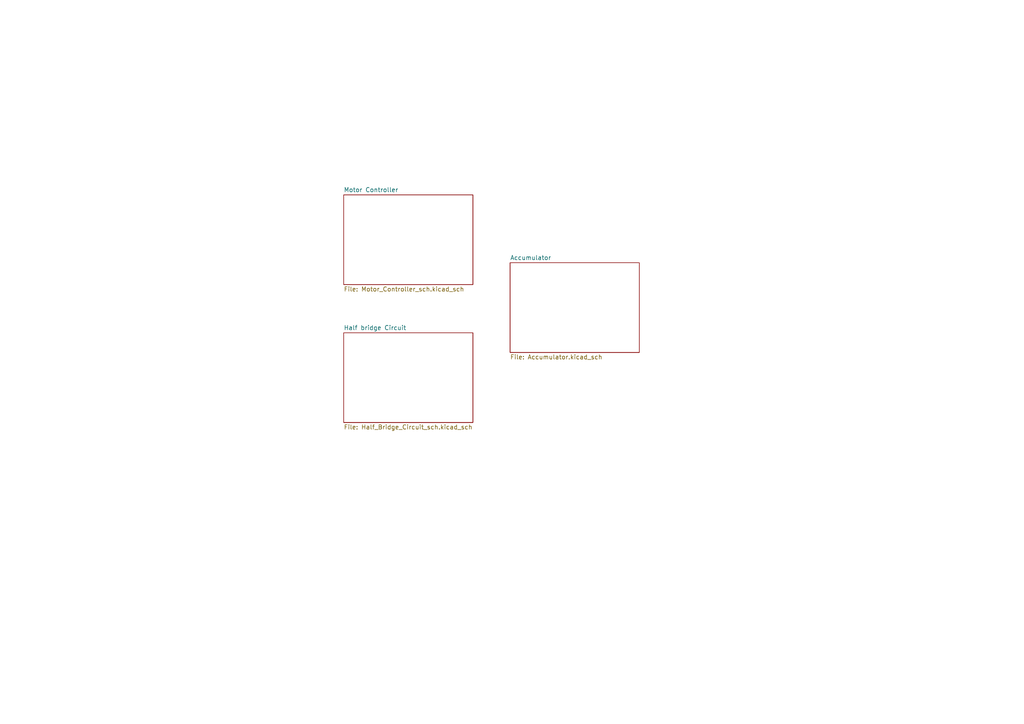
<source format=kicad_sch>
(kicad_sch
	(version 20231120)
	(generator "eeschema")
	(generator_version "8.0")
	(uuid "1096cbe7-ac56-48cb-aadd-3e4addcdbbb7")
	(paper "A4")
	(title_block
		(title "Super Capacitor Bike - Power Circuit")
		(date "2024-06-29")
		(rev "1")
		(company "Andrew Fischer")
	)
	(lib_symbols)
	(sheet
		(at 147.955 76.2)
		(size 37.465 26.035)
		(fields_autoplaced yes)
		(stroke
			(width 0.1524)
			(type solid)
		)
		(fill
			(color 0 0 0 0.0000)
		)
		(uuid "a3002b5e-253f-453a-a6f1-d0dba20d26d3")
		(property "Sheetname" "Accumulator"
			(at 147.955 75.4884 0)
			(effects
				(font
					(size 1.27 1.27)
				)
				(justify left bottom)
			)
		)
		(property "Sheetfile" "Accumulator.kicad_sch"
			(at 147.955 102.8196 0)
			(effects
				(font
					(size 1.27 1.27)
				)
				(justify left top)
			)
		)
		(instances
			(project "SuperCapacitorBike"
				(path "/1096cbe7-ac56-48cb-aadd-3e4addcdbbb7"
					(page "4")
				)
			)
		)
	)
	(sheet
		(at 99.695 56.515)
		(size 37.465 26.035)
		(fields_autoplaced yes)
		(stroke
			(width 0.1524)
			(type solid)
		)
		(fill
			(color 0 0 0 0.0000)
		)
		(uuid "a964da0d-002d-40d7-a8b6-c48f0e32c7fd")
		(property "Sheetname" "Motor Controller"
			(at 99.695 55.8034 0)
			(effects
				(font
					(size 1.27 1.27)
				)
				(justify left bottom)
			)
		)
		(property "Sheetfile" "Motor_Controller_sch.kicad_sch"
			(at 99.695 83.1346 0)
			(effects
				(font
					(size 1.27 1.27)
				)
				(justify left top)
			)
		)
		(instances
			(project "SuperCapacitorBike"
				(path "/1096cbe7-ac56-48cb-aadd-3e4addcdbbb7"
					(page "3")
				)
			)
		)
	)
	(sheet
		(at 99.695 96.52)
		(size 37.465 26.035)
		(fields_autoplaced yes)
		(stroke
			(width 0.1524)
			(type solid)
		)
		(fill
			(color 0 0 0 0.0000)
		)
		(uuid "e06cfff2-2d74-484b-b515-a72922d1b24f")
		(property "Sheetname" "Half bridge Circuit"
			(at 99.695 95.8084 0)
			(effects
				(font
					(size 1.27 1.27)
				)
				(justify left bottom)
			)
		)
		(property "Sheetfile" "Half_Bridge_Circuit_sch.kicad_sch"
			(at 99.695 123.1396 0)
			(effects
				(font
					(size 1.27 1.27)
				)
				(justify left top)
			)
		)
		(instances
			(project "SuperCapacitorBike"
				(path "/1096cbe7-ac56-48cb-aadd-3e4addcdbbb7"
					(page "2")
				)
			)
		)
	)
	(sheet_instances
		(path "/"
			(page "1")
		)
	)
)

</source>
